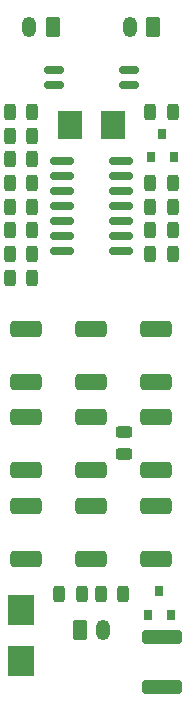
<source format=gbr>
%TF.GenerationSoftware,KiCad,Pcbnew,(6.0.2)*%
%TF.CreationDate,2022-02-16T12:52:40-05:00*%
%TF.ProjectId,aquabotsBMSModule,61717561-626f-4747-9342-4d534d6f6475,rev?*%
%TF.SameCoordinates,Original*%
%TF.FileFunction,Soldermask,Top*%
%TF.FilePolarity,Negative*%
%FSLAX46Y46*%
G04 Gerber Fmt 4.6, Leading zero omitted, Abs format (unit mm)*
G04 Created by KiCad (PCBNEW (6.0.2)) date 2022-02-16 12:52:40*
%MOMM*%
%LPD*%
G01*
G04 APERTURE LIST*
G04 Aperture macros list*
%AMRoundRect*
0 Rectangle with rounded corners*
0 $1 Rounding radius*
0 $2 $3 $4 $5 $6 $7 $8 $9 X,Y pos of 4 corners*
0 Add a 4 corners polygon primitive as box body*
4,1,4,$2,$3,$4,$5,$6,$7,$8,$9,$2,$3,0*
0 Add four circle primitives for the rounded corners*
1,1,$1+$1,$2,$3*
1,1,$1+$1,$4,$5*
1,1,$1+$1,$6,$7*
1,1,$1+$1,$8,$9*
0 Add four rect primitives between the rounded corners*
20,1,$1+$1,$2,$3,$4,$5,0*
20,1,$1+$1,$4,$5,$6,$7,0*
20,1,$1+$1,$6,$7,$8,$9,0*
20,1,$1+$1,$8,$9,$2,$3,0*%
G04 Aperture macros list end*
%ADD10RoundRect,0.150000X-0.825000X-0.150000X0.825000X-0.150000X0.825000X0.150000X-0.825000X0.150000X0*%
%ADD11RoundRect,0.243750X-0.243750X-0.456250X0.243750X-0.456250X0.243750X0.456250X-0.243750X0.456250X0*%
%ADD12RoundRect,0.243750X0.243750X0.456250X-0.243750X0.456250X-0.243750X-0.456250X0.243750X-0.456250X0*%
%ADD13R,2.300000X2.500000*%
%ADD14RoundRect,0.250000X-1.450000X0.312500X-1.450000X-0.312500X1.450000X-0.312500X1.450000X0.312500X0*%
%ADD15RoundRect,0.250000X-0.350000X-0.625000X0.350000X-0.625000X0.350000X0.625000X-0.350000X0.625000X0*%
%ADD16O,1.200000X1.750000*%
%ADD17R,0.800000X0.900000*%
%ADD18RoundRect,0.250000X-1.075000X0.425000X-1.075000X-0.425000X1.075000X-0.425000X1.075000X0.425000X0*%
%ADD19RoundRect,0.243750X0.456250X-0.243750X0.456250X0.243750X-0.456250X0.243750X-0.456250X-0.243750X0*%
%ADD20RoundRect,0.250000X0.350000X0.625000X-0.350000X0.625000X-0.350000X-0.625000X0.350000X-0.625000X0*%
%ADD21R,2.000000X2.400000*%
%ADD22RoundRect,0.150000X-0.662500X-0.150000X0.662500X-0.150000X0.662500X0.150000X-0.662500X0.150000X0*%
G04 APERTURE END LIST*
D10*
%TO.C,ATTINY841*%
X127525000Y-60290000D03*
X127525000Y-61560000D03*
X127525000Y-62830000D03*
X127525000Y-64100000D03*
X127525000Y-65370000D03*
X127525000Y-66640000D03*
X127525000Y-67910000D03*
X132475000Y-67910000D03*
X132475000Y-66640000D03*
X132475000Y-65370000D03*
X132475000Y-64100000D03*
X132475000Y-62830000D03*
X132475000Y-61560000D03*
X132475000Y-60290000D03*
%TD*%
D11*
%TO.C,C2*%
X123125000Y-66167855D03*
X125000000Y-66167855D03*
%TD*%
D12*
%TO.C,C5*%
X125000000Y-60187142D03*
X123125000Y-60187142D03*
%TD*%
D13*
%TO.C,D2*%
X124000000Y-98350000D03*
X124000000Y-102650000D03*
%TD*%
D14*
%TO.C,F1*%
X136000000Y-100612500D03*
X136000000Y-104887500D03*
%TD*%
D15*
%TO.C,POWER1*%
X129000000Y-100000000D03*
D16*
X131000000Y-100000000D03*
%TD*%
D17*
%TO.C,Q1*%
X134800000Y-98750000D03*
X136700000Y-98750000D03*
X135750000Y-96750000D03*
%TD*%
D11*
%TO.C,R3*%
X135000000Y-64200000D03*
X136875000Y-64200000D03*
%TD*%
%TO.C,R4*%
X135000000Y-66200000D03*
X136875000Y-66200000D03*
%TD*%
%TO.C,R5*%
X123125000Y-56200000D03*
X125000000Y-56200000D03*
%TD*%
D18*
%TO.C,R8*%
X135500000Y-82000000D03*
X135500000Y-86500000D03*
%TD*%
%TO.C,R12*%
X135500000Y-89500000D03*
X135500000Y-94000000D03*
%TD*%
D11*
%TO.C,R16*%
X123125000Y-58200000D03*
X125000000Y-58200000D03*
%TD*%
D12*
%TO.C,R18*%
X125000000Y-68161426D03*
X123125000Y-68161426D03*
%TD*%
D19*
%TO.C,R19*%
X132750000Y-85125000D03*
X132750000Y-83250000D03*
%TD*%
D11*
%TO.C,R20*%
X135000000Y-68161426D03*
X136875000Y-68161426D03*
%TD*%
D18*
%TO.C,R25*%
X130000000Y-82000000D03*
X130000000Y-86500000D03*
%TD*%
%TO.C,R26*%
X124500000Y-82000000D03*
X124500000Y-86500000D03*
%TD*%
%TO.C,R29*%
X130000000Y-89500000D03*
X130000000Y-94000000D03*
%TD*%
%TO.C,R30*%
X124500000Y-89500000D03*
X124500000Y-94000000D03*
%TD*%
D20*
%TO.C,RX1*%
X126750000Y-49000000D03*
D16*
X124750000Y-49000000D03*
%TD*%
D20*
%TO.C,TX1*%
X135250000Y-49000000D03*
D16*
X133250000Y-49000000D03*
%TD*%
D21*
%TO.C,Y1*%
X128150000Y-57250000D03*
X131850000Y-57250000D03*
%TD*%
D11*
%TO.C,D4*%
X123125000Y-70200000D03*
X125000000Y-70200000D03*
%TD*%
D18*
%TO.C,R24*%
X124500000Y-74500000D03*
X124500000Y-79000000D03*
%TD*%
%TO.C,R6*%
X135500000Y-74500000D03*
X135500000Y-79000000D03*
%TD*%
%TO.C,R22*%
X130000000Y-74500000D03*
X130000000Y-79000000D03*
%TD*%
D11*
%TO.C,C4*%
X135000000Y-56200000D03*
X136875000Y-56200000D03*
%TD*%
%TO.C,C1*%
X123125000Y-64174284D03*
X125000000Y-64174284D03*
%TD*%
D22*
%TO.C,U1*%
X126812500Y-52615000D03*
X126812500Y-53885000D03*
X133187500Y-53885000D03*
X133187500Y-52615000D03*
%TD*%
D11*
%TO.C,R1*%
X123125000Y-62180713D03*
X125000000Y-62180713D03*
%TD*%
%TO.C,R2*%
X135000000Y-62170000D03*
X136875000Y-62170000D03*
%TD*%
D17*
%TO.C,D1*%
X135057500Y-60000000D03*
X136957500Y-60000000D03*
X136007500Y-58000000D03*
%TD*%
D11*
%TO.C,R14*%
X130832500Y-97000000D03*
X132707500Y-97000000D03*
%TD*%
D12*
%TO.C,R15*%
X129167500Y-97000000D03*
X127292500Y-97000000D03*
%TD*%
M02*

</source>
